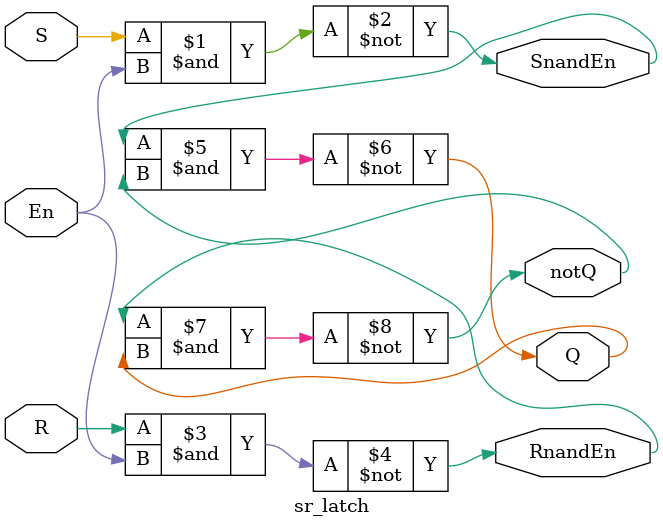
<source format=v>
`timescale 1ns / 1ps


module sr_latch(Q, notQ, SnandEn, RnandEn, En, S, R);
    input wire En, S, R;        //Input nets
    output wire Q, notQ;        //Output nets
        
    output wire SnandEn, RnandEn;        //Intermediate nets
    nand #4 nand1(SnandEn, S, En);
    nand #4 nand2(RnandEn, R, En);
    
    nand #4 nand3(Q, SnandEn, notQ);  //Q with notQ feedback
    nand #4 nand4(notQ, RnandEn, Q);  //notQ with Q feedback
    
endmodule

</source>
